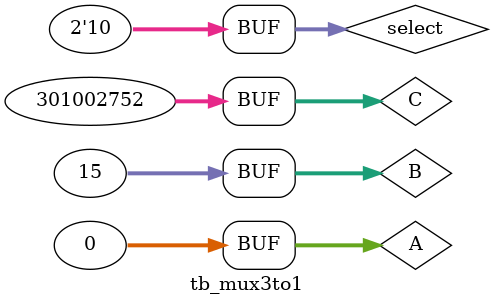
<source format=v>
module mux3to1_1bit(input [1:0] sel, input in1, input in2, input in3, output out);
  wire notSel1, notSel2, A, B, C;
  not(notSel1, sel[0]);
  not(notSel2, sel[1]);
  and(A, in1, notSel1, notSel2);
  and(B, in2, notSel2, sel[0]);
  and(C, in3, sel[1], notSel1);
  or(out, A, B, C);
endmodule

module mux3to1(input [1:0] sel, input [31:0] A, input [31:0] B, input [31:0] C, output [31:0] result);
  mux3to1_1bit mux1(sel, A[0], B[0], C[0], result[0]);
  mux3to1_1bit mux2(sel, A[1], B[1], C[1], result[1]);
  mux3to1_1bit mux3(sel, A[2], B[2], C[2], result[2]);
  mux3to1_1bit mux4(sel, A[3], B[3], C[3], result[3]);
  mux3to1_1bit mux5(sel, A[4], B[4], C[4], result[4]);
  mux3to1_1bit mux6(sel, A[5], B[5], C[5], result[5]);
  mux3to1_1bit mux7(sel, A[6], B[6], C[6], result[6]);
  mux3to1_1bit mux8(sel, A[7], B[7], C[7], result[7]);
  mux3to1_1bit mux9(sel, A[8], B[8], C[8], result[8]);
  mux3to1_1bit mux10(sel, A[9], B[9], C[9], result[9]);
  mux3to1_1bit mux11(sel, A[10], B[10], C[10], result[10]);
  mux3to1_1bit mux12(sel, A[11], B[11], C[11], result[11]);
  mux3to1_1bit mux13(sel, A[12], B[12], C[12], result[12]);
  mux3to1_1bit mux14(sel, A[13], B[13], C[13], result[13]);
  mux3to1_1bit mux15(sel, A[14], B[14], C[14], result[14]);
  mux3to1_1bit mux16(sel, A[15], B[15], C[15], result[15]);
  mux3to1_1bit mux17(sel, A[16], B[16], C[16], result[16]);
  mux3to1_1bit mux18(sel, A[17], B[17], C[17], result[17]);
  mux3to1_1bit mux19(sel, A[18], B[18], C[18], result[18]);
  mux3to1_1bit mux20(sel, A[19], B[19], C[19], result[19]);
  mux3to1_1bit mux21(sel, A[20], B[20], C[20], result[20]);
  mux3to1_1bit mux22(sel, A[21], B[21], C[21], result[21]);
  mux3to1_1bit mux23(sel, A[22], B[22], C[22], result[22]);
  mux3to1_1bit mux24(sel, A[23], B[23], C[23], result[23]);
  mux3to1_1bit mux25(sel, A[24], B[24], C[24], result[24]);
  mux3to1_1bit mux26(sel, A[25], B[25], C[25], result[25]);
  mux3to1_1bit mux27(sel, A[26], B[26], C[26], result[26]);
  mux3to1_1bit mux28(sel, A[27], B[27], C[27], result[27]);
  mux3to1_1bit mux29(sel, A[28], B[28], C[28], result[28]);
  mux3to1_1bit mux30(sel, A[29], B[29], C[29], result[29]);
  mux3to1_1bit mux31(sel, A[30], B[30], C[30], result[30]);
  mux3to1_1bit mux32(sel, A[31], B[31], C[31], result[31]);
endmodule

module tb_mux3to1;
  reg [31:0] A, B, C;
  reg [1:0] select;
  wire [31:0] result;

  mux3to1 uut(select, A, B, C, result);
  initial begin
    A = 32'b0000_0000_0000_0000_0000_0000_0000_0000;
    B = 32'b0000_0000_0000_0000_0000_0000_0000_1111;
    C = 32'b0001_0001_1111_0000_1111_0000_0000_0000;
    select = 2'b00;
    #10
    select = 2'b01;
    #10
    select = 2'b10;
  end
  initial begin
    $monitor("time=%d",$time,"select=%b result=%d",select,result);
  end
endmodule

</source>
